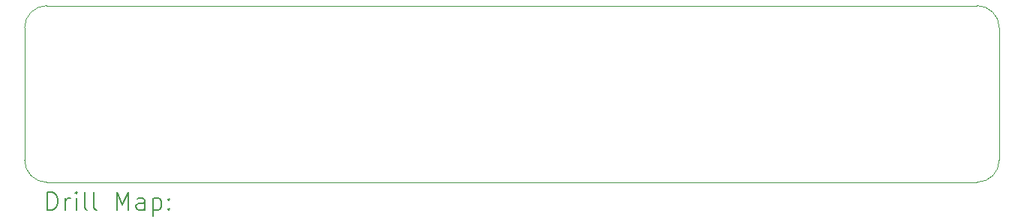
<source format=gbr>
%TF.GenerationSoftware,KiCad,Pcbnew,9.0.2-9.0.2-0~ubuntu22.04.1*%
%TF.CreationDate,2025-06-09T10:54:52+02:00*%
%TF.ProjectId,safety_board_Rev-A,73616665-7479-45f6-926f-6172645f5265,rev?*%
%TF.SameCoordinates,Original*%
%TF.FileFunction,Drillmap*%
%TF.FilePolarity,Positive*%
%FSLAX45Y45*%
G04 Gerber Fmt 4.5, Leading zero omitted, Abs format (unit mm)*
G04 Created by KiCad (PCBNEW 9.0.2-9.0.2-0~ubuntu22.04.1) date 2025-06-09 10:54:52*
%MOMM*%
%LPD*%
G01*
G04 APERTURE LIST*
%ADD10C,0.050000*%
%ADD11C,0.200000*%
G04 APERTURE END LIST*
D10*
X20500000Y-11000000D02*
G75*
G02*
X20250000Y-11250000I-250000J0D01*
G01*
X20250000Y-9250000D02*
G75*
G02*
X20500000Y-9500000I0J-250000D01*
G01*
X9750000Y-11250000D02*
G75*
G02*
X9500000Y-11000000I0J250000D01*
G01*
X9500000Y-9500000D02*
G75*
G02*
X9750000Y-9250000I250000J0D01*
G01*
X9500000Y-9500000D02*
X9500000Y-11000000D01*
X15000000Y-9250000D02*
X9750000Y-9250000D01*
X15000000Y-11250000D02*
X9750000Y-11250000D01*
X20250000Y-11250000D02*
X15000000Y-11250000D01*
X20500000Y-9500000D02*
X20500000Y-11000000D01*
X15000000Y-9250000D02*
X20250000Y-9250000D01*
D11*
X9758277Y-11563984D02*
X9758277Y-11363984D01*
X9758277Y-11363984D02*
X9805896Y-11363984D01*
X9805896Y-11363984D02*
X9834467Y-11373508D01*
X9834467Y-11373508D02*
X9853515Y-11392555D01*
X9853515Y-11392555D02*
X9863039Y-11411603D01*
X9863039Y-11411603D02*
X9872563Y-11449698D01*
X9872563Y-11449698D02*
X9872563Y-11478269D01*
X9872563Y-11478269D02*
X9863039Y-11516365D01*
X9863039Y-11516365D02*
X9853515Y-11535412D01*
X9853515Y-11535412D02*
X9834467Y-11554460D01*
X9834467Y-11554460D02*
X9805896Y-11563984D01*
X9805896Y-11563984D02*
X9758277Y-11563984D01*
X9958277Y-11563984D02*
X9958277Y-11430650D01*
X9958277Y-11468746D02*
X9967801Y-11449698D01*
X9967801Y-11449698D02*
X9977324Y-11440174D01*
X9977324Y-11440174D02*
X9996372Y-11430650D01*
X9996372Y-11430650D02*
X10015420Y-11430650D01*
X10082086Y-11563984D02*
X10082086Y-11430650D01*
X10082086Y-11363984D02*
X10072563Y-11373508D01*
X10072563Y-11373508D02*
X10082086Y-11383031D01*
X10082086Y-11383031D02*
X10091610Y-11373508D01*
X10091610Y-11373508D02*
X10082086Y-11363984D01*
X10082086Y-11363984D02*
X10082086Y-11383031D01*
X10205896Y-11563984D02*
X10186848Y-11554460D01*
X10186848Y-11554460D02*
X10177324Y-11535412D01*
X10177324Y-11535412D02*
X10177324Y-11363984D01*
X10310658Y-11563984D02*
X10291610Y-11554460D01*
X10291610Y-11554460D02*
X10282086Y-11535412D01*
X10282086Y-11535412D02*
X10282086Y-11363984D01*
X10539229Y-11563984D02*
X10539229Y-11363984D01*
X10539229Y-11363984D02*
X10605896Y-11506841D01*
X10605896Y-11506841D02*
X10672563Y-11363984D01*
X10672563Y-11363984D02*
X10672563Y-11563984D01*
X10853515Y-11563984D02*
X10853515Y-11459222D01*
X10853515Y-11459222D02*
X10843991Y-11440174D01*
X10843991Y-11440174D02*
X10824944Y-11430650D01*
X10824944Y-11430650D02*
X10786848Y-11430650D01*
X10786848Y-11430650D02*
X10767801Y-11440174D01*
X10853515Y-11554460D02*
X10834467Y-11563984D01*
X10834467Y-11563984D02*
X10786848Y-11563984D01*
X10786848Y-11563984D02*
X10767801Y-11554460D01*
X10767801Y-11554460D02*
X10758277Y-11535412D01*
X10758277Y-11535412D02*
X10758277Y-11516365D01*
X10758277Y-11516365D02*
X10767801Y-11497317D01*
X10767801Y-11497317D02*
X10786848Y-11487793D01*
X10786848Y-11487793D02*
X10834467Y-11487793D01*
X10834467Y-11487793D02*
X10853515Y-11478269D01*
X10948753Y-11430650D02*
X10948753Y-11630650D01*
X10948753Y-11440174D02*
X10967801Y-11430650D01*
X10967801Y-11430650D02*
X11005896Y-11430650D01*
X11005896Y-11430650D02*
X11024944Y-11440174D01*
X11024944Y-11440174D02*
X11034467Y-11449698D01*
X11034467Y-11449698D02*
X11043991Y-11468746D01*
X11043991Y-11468746D02*
X11043991Y-11525888D01*
X11043991Y-11525888D02*
X11034467Y-11544936D01*
X11034467Y-11544936D02*
X11024944Y-11554460D01*
X11024944Y-11554460D02*
X11005896Y-11563984D01*
X11005896Y-11563984D02*
X10967801Y-11563984D01*
X10967801Y-11563984D02*
X10948753Y-11554460D01*
X11129705Y-11544936D02*
X11139229Y-11554460D01*
X11139229Y-11554460D02*
X11129705Y-11563984D01*
X11129705Y-11563984D02*
X11120182Y-11554460D01*
X11120182Y-11554460D02*
X11129705Y-11544936D01*
X11129705Y-11544936D02*
X11129705Y-11563984D01*
X11129705Y-11440174D02*
X11139229Y-11449698D01*
X11139229Y-11449698D02*
X11129705Y-11459222D01*
X11129705Y-11459222D02*
X11120182Y-11449698D01*
X11120182Y-11449698D02*
X11129705Y-11440174D01*
X11129705Y-11440174D02*
X11129705Y-11459222D01*
M02*

</source>
